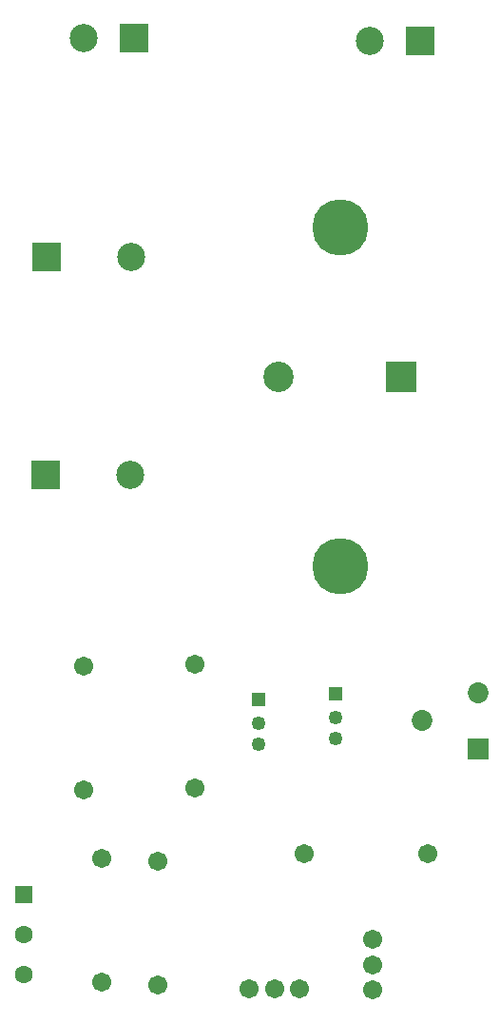
<source format=gbs>
G04*
G04 #@! TF.GenerationSoftware,Altium Limited,Altium Designer,23.0.1 (38)*
G04*
G04 Layer_Color=16711935*
%FSLAX44Y44*%
%MOMM*%
G71*
G04*
G04 #@! TF.SameCoordinates,35DA4C4B-C9ED-44D6-BC94-0C2FA2B5732E*
G04*
G04*
G04 #@! TF.FilePolarity,Negative*
G04*
G01*
G75*
%ADD17C,2.5000*%
%ADD18R,2.5000X2.5000*%
%ADD19R,2.7032X2.7032*%
%ADD20C,2.7032*%
%ADD21C,5.0032*%
%ADD22C,1.7032*%
%ADD23R,1.2532X1.2532*%
%ADD24C,1.2532*%
%ADD25C,1.8532*%
%ADD26R,1.8532X1.8532*%
G04:AMPARAMS|DCode=27|XSize=1.6032mm|YSize=1.6032mm|CornerRadius=0.1506mm|HoleSize=0mm|Usage=FLASHONLY|Rotation=0.000|XOffset=0mm|YOffset=0mm|HoleType=Round|Shape=RoundedRectangle|*
%AMROUNDEDRECTD27*
21,1,1.6032,1.3020,0,0,0.0*
21,1,1.3020,1.6032,0,0,0.0*
1,1,0.3012,0.6510,-0.6510*
1,1,0.3012,-0.6510,-0.6510*
1,1,0.3012,-0.6510,0.6510*
1,1,0.3012,0.6510,0.6510*
%
%ADD27ROUNDEDRECTD27*%
%ADD28C,1.6032*%
D17*
X398180Y1169670D02*
D03*
X610320Y1361440D02*
D03*
X355960Y1363810D02*
D03*
X396910Y975360D02*
D03*
D18*
X323180Y1169670D02*
D03*
X400960Y1363810D02*
D03*
X655320Y1361440D02*
D03*
X321910Y975360D02*
D03*
D19*
X638810Y1062990D02*
D03*
D20*
X529610D02*
D03*
D21*
X584210Y1195590D02*
D03*
Y894090D02*
D03*
D22*
X552040Y638810D02*
D03*
X662040D02*
D03*
X503320Y518160D02*
D03*
X525780D02*
D03*
X548320D02*
D03*
X613410Y562210D02*
D03*
Y539750D02*
D03*
Y517210D02*
D03*
X355600Y695550D02*
D03*
Y805550D02*
D03*
X454660Y696820D02*
D03*
Y806820D02*
D03*
X372110Y634100D02*
D03*
X421640Y521600D02*
D03*
X372110Y524100D02*
D03*
X421640Y631600D02*
D03*
D23*
X511810Y775540D02*
D03*
X580390Y780620D02*
D03*
D24*
X511810Y754380D02*
D03*
Y735540D02*
D03*
X580390Y759460D02*
D03*
Y740620D02*
D03*
D25*
X706990Y781920D02*
D03*
X656990Y756920D02*
D03*
D26*
X706990Y731920D02*
D03*
D27*
X302260Y601980D02*
D03*
D28*
Y531180D02*
D03*
Y566580D02*
D03*
M02*

</source>
